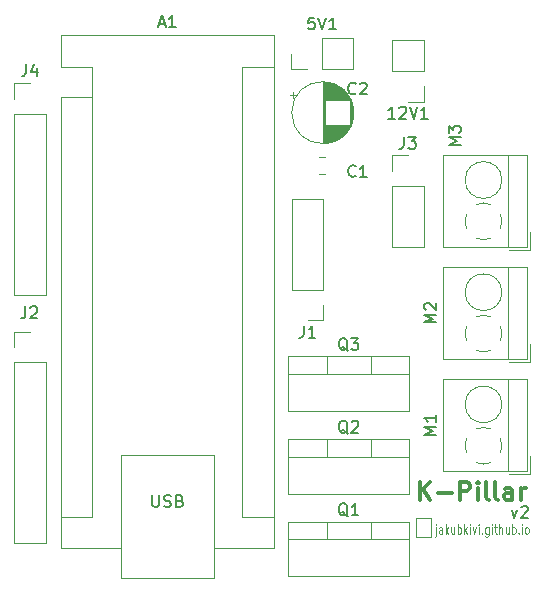
<source format=gbr>
%TF.GenerationSoftware,KiCad,Pcbnew,9.0.1*%
%TF.CreationDate,2025-04-18T16:01:06+02:00*%
%TF.ProjectId,K-Pillar,4b2d5069-6c6c-4617-922e-6b696361645f,rev?*%
%TF.SameCoordinates,Original*%
%TF.FileFunction,Legend,Top*%
%TF.FilePolarity,Positive*%
%FSLAX46Y46*%
G04 Gerber Fmt 4.6, Leading zero omitted, Abs format (unit mm)*
G04 Created by KiCad (PCBNEW 9.0.1) date 2025-04-18 16:01:06*
%MOMM*%
%LPD*%
G01*
G04 APERTURE LIST*
%ADD10C,0.200000*%
%ADD11C,0.300000*%
%ADD12C,0.100000*%
%ADD13C,0.150000*%
%ADD14C,0.119993*%
%ADD15C,0.120000*%
G04 APERTURE END LIST*
D10*
X68274435Y-62200552D02*
X68512530Y-62867219D01*
X68512530Y-62867219D02*
X68750625Y-62200552D01*
X69083959Y-61962457D02*
X69131578Y-61914838D01*
X69131578Y-61914838D02*
X69226816Y-61867219D01*
X69226816Y-61867219D02*
X69464911Y-61867219D01*
X69464911Y-61867219D02*
X69560149Y-61914838D01*
X69560149Y-61914838D02*
X69607768Y-61962457D01*
X69607768Y-61962457D02*
X69655387Y-62057695D01*
X69655387Y-62057695D02*
X69655387Y-62152933D01*
X69655387Y-62152933D02*
X69607768Y-62295790D01*
X69607768Y-62295790D02*
X69036340Y-62867219D01*
X69036340Y-62867219D02*
X69655387Y-62867219D01*
D11*
X60554510Y-61300828D02*
X60554510Y-59800828D01*
X61411653Y-61300828D02*
X60768796Y-60443685D01*
X61411653Y-59800828D02*
X60554510Y-60657971D01*
X62054510Y-60729400D02*
X63197368Y-60729400D01*
X63911653Y-61300828D02*
X63911653Y-59800828D01*
X63911653Y-59800828D02*
X64483082Y-59800828D01*
X64483082Y-59800828D02*
X64625939Y-59872257D01*
X64625939Y-59872257D02*
X64697368Y-59943685D01*
X64697368Y-59943685D02*
X64768796Y-60086542D01*
X64768796Y-60086542D02*
X64768796Y-60300828D01*
X64768796Y-60300828D02*
X64697368Y-60443685D01*
X64697368Y-60443685D02*
X64625939Y-60515114D01*
X64625939Y-60515114D02*
X64483082Y-60586542D01*
X64483082Y-60586542D02*
X63911653Y-60586542D01*
X65411653Y-61300828D02*
X65411653Y-60300828D01*
X65411653Y-59800828D02*
X65340225Y-59872257D01*
X65340225Y-59872257D02*
X65411653Y-59943685D01*
X65411653Y-59943685D02*
X65483082Y-59872257D01*
X65483082Y-59872257D02*
X65411653Y-59800828D01*
X65411653Y-59800828D02*
X65411653Y-59943685D01*
X66340225Y-61300828D02*
X66197368Y-61229400D01*
X66197368Y-61229400D02*
X66125939Y-61086542D01*
X66125939Y-61086542D02*
X66125939Y-59800828D01*
X67125939Y-61300828D02*
X66983082Y-61229400D01*
X66983082Y-61229400D02*
X66911653Y-61086542D01*
X66911653Y-61086542D02*
X66911653Y-59800828D01*
X68340225Y-61300828D02*
X68340225Y-60515114D01*
X68340225Y-60515114D02*
X68268796Y-60372257D01*
X68268796Y-60372257D02*
X68125939Y-60300828D01*
X68125939Y-60300828D02*
X67840225Y-60300828D01*
X67840225Y-60300828D02*
X67697367Y-60372257D01*
X68340225Y-61229400D02*
X68197367Y-61300828D01*
X68197367Y-61300828D02*
X67840225Y-61300828D01*
X67840225Y-61300828D02*
X67697367Y-61229400D01*
X67697367Y-61229400D02*
X67625939Y-61086542D01*
X67625939Y-61086542D02*
X67625939Y-60943685D01*
X67625939Y-60943685D02*
X67697367Y-60800828D01*
X67697367Y-60800828D02*
X67840225Y-60729400D01*
X67840225Y-60729400D02*
X68197367Y-60729400D01*
X68197367Y-60729400D02*
X68340225Y-60657971D01*
X69054510Y-61300828D02*
X69054510Y-60300828D01*
X69054510Y-60586542D02*
X69125939Y-60443685D01*
X69125939Y-60443685D02*
X69197368Y-60372257D01*
X69197368Y-60372257D02*
X69340225Y-60300828D01*
X69340225Y-60300828D02*
X69483082Y-60300828D01*
D12*
X61867639Y-63668559D02*
X61867639Y-64354274D01*
X61867639Y-64354274D02*
X61839067Y-64430464D01*
X61839067Y-64430464D02*
X61781924Y-64468559D01*
X61781924Y-64468559D02*
X61753353Y-64468559D01*
X61867639Y-63401893D02*
X61839067Y-63439988D01*
X61839067Y-63439988D02*
X61867639Y-63478083D01*
X61867639Y-63478083D02*
X61896210Y-63439988D01*
X61896210Y-63439988D02*
X61867639Y-63401893D01*
X61867639Y-63401893D02*
X61867639Y-63478083D01*
X62410496Y-64201893D02*
X62410496Y-63782845D01*
X62410496Y-63782845D02*
X62381924Y-63706655D01*
X62381924Y-63706655D02*
X62324781Y-63668559D01*
X62324781Y-63668559D02*
X62210496Y-63668559D01*
X62210496Y-63668559D02*
X62153353Y-63706655D01*
X62410496Y-64163798D02*
X62353353Y-64201893D01*
X62353353Y-64201893D02*
X62210496Y-64201893D01*
X62210496Y-64201893D02*
X62153353Y-64163798D01*
X62153353Y-64163798D02*
X62124781Y-64087607D01*
X62124781Y-64087607D02*
X62124781Y-64011417D01*
X62124781Y-64011417D02*
X62153353Y-63935226D01*
X62153353Y-63935226D02*
X62210496Y-63897131D01*
X62210496Y-63897131D02*
X62353353Y-63897131D01*
X62353353Y-63897131D02*
X62410496Y-63859036D01*
X62696210Y-64201893D02*
X62696210Y-63401893D01*
X62753353Y-63897131D02*
X62924781Y-64201893D01*
X62924781Y-63668559D02*
X62696210Y-63973321D01*
X63439067Y-63668559D02*
X63439067Y-64201893D01*
X63181924Y-63668559D02*
X63181924Y-64087607D01*
X63181924Y-64087607D02*
X63210495Y-64163798D01*
X63210495Y-64163798D02*
X63267638Y-64201893D01*
X63267638Y-64201893D02*
X63353352Y-64201893D01*
X63353352Y-64201893D02*
X63410495Y-64163798D01*
X63410495Y-64163798D02*
X63439067Y-64125702D01*
X63724781Y-64201893D02*
X63724781Y-63401893D01*
X63724781Y-63706655D02*
X63781924Y-63668559D01*
X63781924Y-63668559D02*
X63896209Y-63668559D01*
X63896209Y-63668559D02*
X63953352Y-63706655D01*
X63953352Y-63706655D02*
X63981924Y-63744750D01*
X63981924Y-63744750D02*
X64010495Y-63820940D01*
X64010495Y-63820940D02*
X64010495Y-64049512D01*
X64010495Y-64049512D02*
X63981924Y-64125702D01*
X63981924Y-64125702D02*
X63953352Y-64163798D01*
X63953352Y-64163798D02*
X63896209Y-64201893D01*
X63896209Y-64201893D02*
X63781924Y-64201893D01*
X63781924Y-64201893D02*
X63724781Y-64163798D01*
X64267638Y-64201893D02*
X64267638Y-63401893D01*
X64324781Y-63897131D02*
X64496209Y-64201893D01*
X64496209Y-63668559D02*
X64267638Y-63973321D01*
X64753352Y-64201893D02*
X64753352Y-63668559D01*
X64753352Y-63401893D02*
X64724780Y-63439988D01*
X64724780Y-63439988D02*
X64753352Y-63478083D01*
X64753352Y-63478083D02*
X64781923Y-63439988D01*
X64781923Y-63439988D02*
X64753352Y-63401893D01*
X64753352Y-63401893D02*
X64753352Y-63478083D01*
X64981923Y-63668559D02*
X65124780Y-64201893D01*
X65124780Y-64201893D02*
X65267637Y-63668559D01*
X65496209Y-64201893D02*
X65496209Y-63668559D01*
X65496209Y-63401893D02*
X65467637Y-63439988D01*
X65467637Y-63439988D02*
X65496209Y-63478083D01*
X65496209Y-63478083D02*
X65524780Y-63439988D01*
X65524780Y-63439988D02*
X65496209Y-63401893D01*
X65496209Y-63401893D02*
X65496209Y-63478083D01*
X65781923Y-64125702D02*
X65810494Y-64163798D01*
X65810494Y-64163798D02*
X65781923Y-64201893D01*
X65781923Y-64201893D02*
X65753351Y-64163798D01*
X65753351Y-64163798D02*
X65781923Y-64125702D01*
X65781923Y-64125702D02*
X65781923Y-64201893D01*
X66324780Y-63668559D02*
X66324780Y-64316178D01*
X66324780Y-64316178D02*
X66296208Y-64392369D01*
X66296208Y-64392369D02*
X66267637Y-64430464D01*
X66267637Y-64430464D02*
X66210494Y-64468559D01*
X66210494Y-64468559D02*
X66124780Y-64468559D01*
X66124780Y-64468559D02*
X66067637Y-64430464D01*
X66324780Y-64163798D02*
X66267637Y-64201893D01*
X66267637Y-64201893D02*
X66153351Y-64201893D01*
X66153351Y-64201893D02*
X66096208Y-64163798D01*
X66096208Y-64163798D02*
X66067637Y-64125702D01*
X66067637Y-64125702D02*
X66039065Y-64049512D01*
X66039065Y-64049512D02*
X66039065Y-63820940D01*
X66039065Y-63820940D02*
X66067637Y-63744750D01*
X66067637Y-63744750D02*
X66096208Y-63706655D01*
X66096208Y-63706655D02*
X66153351Y-63668559D01*
X66153351Y-63668559D02*
X66267637Y-63668559D01*
X66267637Y-63668559D02*
X66324780Y-63706655D01*
X66610494Y-64201893D02*
X66610494Y-63668559D01*
X66610494Y-63401893D02*
X66581922Y-63439988D01*
X66581922Y-63439988D02*
X66610494Y-63478083D01*
X66610494Y-63478083D02*
X66639065Y-63439988D01*
X66639065Y-63439988D02*
X66610494Y-63401893D01*
X66610494Y-63401893D02*
X66610494Y-63478083D01*
X66810493Y-63668559D02*
X67039065Y-63668559D01*
X66896208Y-63401893D02*
X66896208Y-64087607D01*
X66896208Y-64087607D02*
X66924779Y-64163798D01*
X66924779Y-64163798D02*
X66981922Y-64201893D01*
X66981922Y-64201893D02*
X67039065Y-64201893D01*
X67239065Y-64201893D02*
X67239065Y-63401893D01*
X67496208Y-64201893D02*
X67496208Y-63782845D01*
X67496208Y-63782845D02*
X67467636Y-63706655D01*
X67467636Y-63706655D02*
X67410493Y-63668559D01*
X67410493Y-63668559D02*
X67324779Y-63668559D01*
X67324779Y-63668559D02*
X67267636Y-63706655D01*
X67267636Y-63706655D02*
X67239065Y-63744750D01*
X68039065Y-63668559D02*
X68039065Y-64201893D01*
X67781922Y-63668559D02*
X67781922Y-64087607D01*
X67781922Y-64087607D02*
X67810493Y-64163798D01*
X67810493Y-64163798D02*
X67867636Y-64201893D01*
X67867636Y-64201893D02*
X67953350Y-64201893D01*
X67953350Y-64201893D02*
X68010493Y-64163798D01*
X68010493Y-64163798D02*
X68039065Y-64125702D01*
X68324779Y-64201893D02*
X68324779Y-63401893D01*
X68324779Y-63706655D02*
X68381922Y-63668559D01*
X68381922Y-63668559D02*
X68496207Y-63668559D01*
X68496207Y-63668559D02*
X68553350Y-63706655D01*
X68553350Y-63706655D02*
X68581922Y-63744750D01*
X68581922Y-63744750D02*
X68610493Y-63820940D01*
X68610493Y-63820940D02*
X68610493Y-64049512D01*
X68610493Y-64049512D02*
X68581922Y-64125702D01*
X68581922Y-64125702D02*
X68553350Y-64163798D01*
X68553350Y-64163798D02*
X68496207Y-64201893D01*
X68496207Y-64201893D02*
X68381922Y-64201893D01*
X68381922Y-64201893D02*
X68324779Y-64163798D01*
X68867636Y-64125702D02*
X68896207Y-64163798D01*
X68896207Y-64163798D02*
X68867636Y-64201893D01*
X68867636Y-64201893D02*
X68839064Y-64163798D01*
X68839064Y-64163798D02*
X68867636Y-64125702D01*
X68867636Y-64125702D02*
X68867636Y-64201893D01*
X69153350Y-64201893D02*
X69153350Y-63668559D01*
X69153350Y-63401893D02*
X69124778Y-63439988D01*
X69124778Y-63439988D02*
X69153350Y-63478083D01*
X69153350Y-63478083D02*
X69181921Y-63439988D01*
X69181921Y-63439988D02*
X69153350Y-63401893D01*
X69153350Y-63401893D02*
X69153350Y-63478083D01*
X69524778Y-64201893D02*
X69467635Y-64163798D01*
X69467635Y-64163798D02*
X69439064Y-64125702D01*
X69439064Y-64125702D02*
X69410492Y-64049512D01*
X69410492Y-64049512D02*
X69410492Y-63820940D01*
X69410492Y-63820940D02*
X69439064Y-63744750D01*
X69439064Y-63744750D02*
X69467635Y-63706655D01*
X69467635Y-63706655D02*
X69524778Y-63668559D01*
X69524778Y-63668559D02*
X69610492Y-63668559D01*
X69610492Y-63668559D02*
X69667635Y-63706655D01*
X69667635Y-63706655D02*
X69696207Y-63744750D01*
X69696207Y-63744750D02*
X69724778Y-63820940D01*
X69724778Y-63820940D02*
X69724778Y-64049512D01*
X69724778Y-64049512D02*
X69696207Y-64125702D01*
X69696207Y-64125702D02*
X69667635Y-64163798D01*
X69667635Y-64163798D02*
X69610492Y-64201893D01*
X69610492Y-64201893D02*
X69524778Y-64201893D01*
D13*
X54404761Y-62725057D02*
X54309523Y-62677438D01*
X54309523Y-62677438D02*
X54214285Y-62582200D01*
X54214285Y-62582200D02*
X54071428Y-62439342D01*
X54071428Y-62439342D02*
X53976190Y-62391723D01*
X53976190Y-62391723D02*
X53880952Y-62391723D01*
X53928571Y-62629819D02*
X53833333Y-62582200D01*
X53833333Y-62582200D02*
X53738095Y-62486961D01*
X53738095Y-62486961D02*
X53690476Y-62296485D01*
X53690476Y-62296485D02*
X53690476Y-61963152D01*
X53690476Y-61963152D02*
X53738095Y-61772676D01*
X53738095Y-61772676D02*
X53833333Y-61677438D01*
X53833333Y-61677438D02*
X53928571Y-61629819D01*
X53928571Y-61629819D02*
X54119047Y-61629819D01*
X54119047Y-61629819D02*
X54214285Y-61677438D01*
X54214285Y-61677438D02*
X54309523Y-61772676D01*
X54309523Y-61772676D02*
X54357142Y-61963152D01*
X54357142Y-61963152D02*
X54357142Y-62296485D01*
X54357142Y-62296485D02*
X54309523Y-62486961D01*
X54309523Y-62486961D02*
X54214285Y-62582200D01*
X54214285Y-62582200D02*
X54119047Y-62629819D01*
X54119047Y-62629819D02*
X53928571Y-62629819D01*
X55309523Y-62629819D02*
X54738095Y-62629819D01*
X55023809Y-62629819D02*
X55023809Y-61629819D01*
X55023809Y-61629819D02*
X54928571Y-61772676D01*
X54928571Y-61772676D02*
X54833333Y-61867914D01*
X54833333Y-61867914D02*
X54738095Y-61915533D01*
X50666666Y-46584819D02*
X50666666Y-47299104D01*
X50666666Y-47299104D02*
X50619047Y-47441961D01*
X50619047Y-47441961D02*
X50523809Y-47537200D01*
X50523809Y-47537200D02*
X50380952Y-47584819D01*
X50380952Y-47584819D02*
X50285714Y-47584819D01*
X51666666Y-47584819D02*
X51095238Y-47584819D01*
X51380952Y-47584819D02*
X51380952Y-46584819D01*
X51380952Y-46584819D02*
X51285714Y-46727676D01*
X51285714Y-46727676D02*
X51190476Y-46822914D01*
X51190476Y-46822914D02*
X51095238Y-46870533D01*
X27166666Y-24454819D02*
X27166666Y-25169104D01*
X27166666Y-25169104D02*
X27119047Y-25311961D01*
X27119047Y-25311961D02*
X27023809Y-25407200D01*
X27023809Y-25407200D02*
X26880952Y-25454819D01*
X26880952Y-25454819D02*
X26785714Y-25454819D01*
X28071428Y-24788152D02*
X28071428Y-25454819D01*
X27833333Y-24407200D02*
X27595238Y-25121485D01*
X27595238Y-25121485D02*
X28214285Y-25121485D01*
X27106666Y-44954819D02*
X27106666Y-45669104D01*
X27106666Y-45669104D02*
X27059047Y-45811961D01*
X27059047Y-45811961D02*
X26963809Y-45907200D01*
X26963809Y-45907200D02*
X26820952Y-45954819D01*
X26820952Y-45954819D02*
X26725714Y-45954819D01*
X27535238Y-45050057D02*
X27582857Y-45002438D01*
X27582857Y-45002438D02*
X27678095Y-44954819D01*
X27678095Y-44954819D02*
X27916190Y-44954819D01*
X27916190Y-44954819D02*
X28011428Y-45002438D01*
X28011428Y-45002438D02*
X28059047Y-45050057D01*
X28059047Y-45050057D02*
X28106666Y-45145295D01*
X28106666Y-45145295D02*
X28106666Y-45240533D01*
X28106666Y-45240533D02*
X28059047Y-45383390D01*
X28059047Y-45383390D02*
X27487619Y-45954819D01*
X27487619Y-45954819D02*
X28106666Y-45954819D01*
X55073333Y-33899580D02*
X55025714Y-33947200D01*
X55025714Y-33947200D02*
X54882857Y-33994819D01*
X54882857Y-33994819D02*
X54787619Y-33994819D01*
X54787619Y-33994819D02*
X54644762Y-33947200D01*
X54644762Y-33947200D02*
X54549524Y-33851961D01*
X54549524Y-33851961D02*
X54501905Y-33756723D01*
X54501905Y-33756723D02*
X54454286Y-33566247D01*
X54454286Y-33566247D02*
X54454286Y-33423390D01*
X54454286Y-33423390D02*
X54501905Y-33232914D01*
X54501905Y-33232914D02*
X54549524Y-33137676D01*
X54549524Y-33137676D02*
X54644762Y-33042438D01*
X54644762Y-33042438D02*
X54787619Y-32994819D01*
X54787619Y-32994819D02*
X54882857Y-32994819D01*
X54882857Y-32994819D02*
X55025714Y-33042438D01*
X55025714Y-33042438D02*
X55073333Y-33090057D01*
X56025714Y-33994819D02*
X55454286Y-33994819D01*
X55740000Y-33994819D02*
X55740000Y-32994819D01*
X55740000Y-32994819D02*
X55644762Y-33137676D01*
X55644762Y-33137676D02*
X55549524Y-33232914D01*
X55549524Y-33232914D02*
X55454286Y-33280533D01*
X58404761Y-29059819D02*
X57833333Y-29059819D01*
X58119047Y-29059819D02*
X58119047Y-28059819D01*
X58119047Y-28059819D02*
X58023809Y-28202676D01*
X58023809Y-28202676D02*
X57928571Y-28297914D01*
X57928571Y-28297914D02*
X57833333Y-28345533D01*
X58785714Y-28155057D02*
X58833333Y-28107438D01*
X58833333Y-28107438D02*
X58928571Y-28059819D01*
X58928571Y-28059819D02*
X59166666Y-28059819D01*
X59166666Y-28059819D02*
X59261904Y-28107438D01*
X59261904Y-28107438D02*
X59309523Y-28155057D01*
X59309523Y-28155057D02*
X59357142Y-28250295D01*
X59357142Y-28250295D02*
X59357142Y-28345533D01*
X59357142Y-28345533D02*
X59309523Y-28488390D01*
X59309523Y-28488390D02*
X58738095Y-29059819D01*
X58738095Y-29059819D02*
X59357142Y-29059819D01*
X59642857Y-28059819D02*
X59976190Y-29059819D01*
X59976190Y-29059819D02*
X60309523Y-28059819D01*
X61166666Y-29059819D02*
X60595238Y-29059819D01*
X60880952Y-29059819D02*
X60880952Y-28059819D01*
X60880952Y-28059819D02*
X60785714Y-28202676D01*
X60785714Y-28202676D02*
X60690476Y-28297914D01*
X60690476Y-28297914D02*
X60595238Y-28345533D01*
X61894819Y-55809523D02*
X60894819Y-55809523D01*
X60894819Y-55809523D02*
X61609104Y-55476190D01*
X61609104Y-55476190D02*
X60894819Y-55142857D01*
X60894819Y-55142857D02*
X61894819Y-55142857D01*
X61894819Y-54142857D02*
X61894819Y-54714285D01*
X61894819Y-54428571D02*
X60894819Y-54428571D01*
X60894819Y-54428571D02*
X61037676Y-54523809D01*
X61037676Y-54523809D02*
X61132914Y-54619047D01*
X61132914Y-54619047D02*
X61180533Y-54714285D01*
X63954819Y-31309523D02*
X62954819Y-31309523D01*
X62954819Y-31309523D02*
X63669104Y-30976190D01*
X63669104Y-30976190D02*
X62954819Y-30642857D01*
X62954819Y-30642857D02*
X63954819Y-30642857D01*
X62954819Y-30261904D02*
X62954819Y-29642857D01*
X62954819Y-29642857D02*
X63335771Y-29976190D01*
X63335771Y-29976190D02*
X63335771Y-29833333D01*
X63335771Y-29833333D02*
X63383390Y-29738095D01*
X63383390Y-29738095D02*
X63431009Y-29690476D01*
X63431009Y-29690476D02*
X63526247Y-29642857D01*
X63526247Y-29642857D02*
X63764342Y-29642857D01*
X63764342Y-29642857D02*
X63859580Y-29690476D01*
X63859580Y-29690476D02*
X63907200Y-29738095D01*
X63907200Y-29738095D02*
X63954819Y-29833333D01*
X63954819Y-29833333D02*
X63954819Y-30119047D01*
X63954819Y-30119047D02*
X63907200Y-30214285D01*
X63907200Y-30214285D02*
X63859580Y-30261904D01*
X54404761Y-55725057D02*
X54309523Y-55677438D01*
X54309523Y-55677438D02*
X54214285Y-55582200D01*
X54214285Y-55582200D02*
X54071428Y-55439342D01*
X54071428Y-55439342D02*
X53976190Y-55391723D01*
X53976190Y-55391723D02*
X53880952Y-55391723D01*
X53928571Y-55629819D02*
X53833333Y-55582200D01*
X53833333Y-55582200D02*
X53738095Y-55486961D01*
X53738095Y-55486961D02*
X53690476Y-55296485D01*
X53690476Y-55296485D02*
X53690476Y-54963152D01*
X53690476Y-54963152D02*
X53738095Y-54772676D01*
X53738095Y-54772676D02*
X53833333Y-54677438D01*
X53833333Y-54677438D02*
X53928571Y-54629819D01*
X53928571Y-54629819D02*
X54119047Y-54629819D01*
X54119047Y-54629819D02*
X54214285Y-54677438D01*
X54214285Y-54677438D02*
X54309523Y-54772676D01*
X54309523Y-54772676D02*
X54357142Y-54963152D01*
X54357142Y-54963152D02*
X54357142Y-55296485D01*
X54357142Y-55296485D02*
X54309523Y-55486961D01*
X54309523Y-55486961D02*
X54214285Y-55582200D01*
X54214285Y-55582200D02*
X54119047Y-55629819D01*
X54119047Y-55629819D02*
X53928571Y-55629819D01*
X54738095Y-54725057D02*
X54785714Y-54677438D01*
X54785714Y-54677438D02*
X54880952Y-54629819D01*
X54880952Y-54629819D02*
X55119047Y-54629819D01*
X55119047Y-54629819D02*
X55214285Y-54677438D01*
X55214285Y-54677438D02*
X55261904Y-54725057D01*
X55261904Y-54725057D02*
X55309523Y-54820295D01*
X55309523Y-54820295D02*
X55309523Y-54915533D01*
X55309523Y-54915533D02*
X55261904Y-55058390D01*
X55261904Y-55058390D02*
X54690476Y-55629819D01*
X54690476Y-55629819D02*
X55309523Y-55629819D01*
X38405714Y-21009104D02*
X38881904Y-21009104D01*
X38310476Y-21294819D02*
X38643809Y-20294819D01*
X38643809Y-20294819D02*
X38977142Y-21294819D01*
X39834285Y-21294819D02*
X39262857Y-21294819D01*
X39548571Y-21294819D02*
X39548571Y-20294819D01*
X39548571Y-20294819D02*
X39453333Y-20437676D01*
X39453333Y-20437676D02*
X39358095Y-20532914D01*
X39358095Y-20532914D02*
X39262857Y-20580533D01*
X37858095Y-60934819D02*
X37858095Y-61744342D01*
X37858095Y-61744342D02*
X37905714Y-61839580D01*
X37905714Y-61839580D02*
X37953333Y-61887200D01*
X37953333Y-61887200D02*
X38048571Y-61934819D01*
X38048571Y-61934819D02*
X38239047Y-61934819D01*
X38239047Y-61934819D02*
X38334285Y-61887200D01*
X38334285Y-61887200D02*
X38381904Y-61839580D01*
X38381904Y-61839580D02*
X38429523Y-61744342D01*
X38429523Y-61744342D02*
X38429523Y-60934819D01*
X38858095Y-61887200D02*
X39000952Y-61934819D01*
X39000952Y-61934819D02*
X39239047Y-61934819D01*
X39239047Y-61934819D02*
X39334285Y-61887200D01*
X39334285Y-61887200D02*
X39381904Y-61839580D01*
X39381904Y-61839580D02*
X39429523Y-61744342D01*
X39429523Y-61744342D02*
X39429523Y-61649104D01*
X39429523Y-61649104D02*
X39381904Y-61553866D01*
X39381904Y-61553866D02*
X39334285Y-61506247D01*
X39334285Y-61506247D02*
X39239047Y-61458628D01*
X39239047Y-61458628D02*
X39048571Y-61411009D01*
X39048571Y-61411009D02*
X38953333Y-61363390D01*
X38953333Y-61363390D02*
X38905714Y-61315771D01*
X38905714Y-61315771D02*
X38858095Y-61220533D01*
X38858095Y-61220533D02*
X38858095Y-61125295D01*
X38858095Y-61125295D02*
X38905714Y-61030057D01*
X38905714Y-61030057D02*
X38953333Y-60982438D01*
X38953333Y-60982438D02*
X39048571Y-60934819D01*
X39048571Y-60934819D02*
X39286666Y-60934819D01*
X39286666Y-60934819D02*
X39429523Y-60982438D01*
X40191428Y-61411009D02*
X40334285Y-61458628D01*
X40334285Y-61458628D02*
X40381904Y-61506247D01*
X40381904Y-61506247D02*
X40429523Y-61601485D01*
X40429523Y-61601485D02*
X40429523Y-61744342D01*
X40429523Y-61744342D02*
X40381904Y-61839580D01*
X40381904Y-61839580D02*
X40334285Y-61887200D01*
X40334285Y-61887200D02*
X40239047Y-61934819D01*
X40239047Y-61934819D02*
X39858095Y-61934819D01*
X39858095Y-61934819D02*
X39858095Y-60934819D01*
X39858095Y-60934819D02*
X40191428Y-60934819D01*
X40191428Y-60934819D02*
X40286666Y-60982438D01*
X40286666Y-60982438D02*
X40334285Y-61030057D01*
X40334285Y-61030057D02*
X40381904Y-61125295D01*
X40381904Y-61125295D02*
X40381904Y-61220533D01*
X40381904Y-61220533D02*
X40334285Y-61315771D01*
X40334285Y-61315771D02*
X40286666Y-61363390D01*
X40286666Y-61363390D02*
X40191428Y-61411009D01*
X40191428Y-61411009D02*
X39858095Y-61411009D01*
X61894819Y-46309523D02*
X60894819Y-46309523D01*
X60894819Y-46309523D02*
X61609104Y-45976190D01*
X61609104Y-45976190D02*
X60894819Y-45642857D01*
X60894819Y-45642857D02*
X61894819Y-45642857D01*
X60990057Y-45214285D02*
X60942438Y-45166666D01*
X60942438Y-45166666D02*
X60894819Y-45071428D01*
X60894819Y-45071428D02*
X60894819Y-44833333D01*
X60894819Y-44833333D02*
X60942438Y-44738095D01*
X60942438Y-44738095D02*
X60990057Y-44690476D01*
X60990057Y-44690476D02*
X61085295Y-44642857D01*
X61085295Y-44642857D02*
X61180533Y-44642857D01*
X61180533Y-44642857D02*
X61323390Y-44690476D01*
X61323390Y-44690476D02*
X61894819Y-45261904D01*
X61894819Y-45261904D02*
X61894819Y-44642857D01*
X51573333Y-20494819D02*
X51097143Y-20494819D01*
X51097143Y-20494819D02*
X51049524Y-20971009D01*
X51049524Y-20971009D02*
X51097143Y-20923390D01*
X51097143Y-20923390D02*
X51192381Y-20875771D01*
X51192381Y-20875771D02*
X51430476Y-20875771D01*
X51430476Y-20875771D02*
X51525714Y-20923390D01*
X51525714Y-20923390D02*
X51573333Y-20971009D01*
X51573333Y-20971009D02*
X51620952Y-21066247D01*
X51620952Y-21066247D02*
X51620952Y-21304342D01*
X51620952Y-21304342D02*
X51573333Y-21399580D01*
X51573333Y-21399580D02*
X51525714Y-21447200D01*
X51525714Y-21447200D02*
X51430476Y-21494819D01*
X51430476Y-21494819D02*
X51192381Y-21494819D01*
X51192381Y-21494819D02*
X51097143Y-21447200D01*
X51097143Y-21447200D02*
X51049524Y-21399580D01*
X51906667Y-20494819D02*
X52240000Y-21494819D01*
X52240000Y-21494819D02*
X52573333Y-20494819D01*
X53430476Y-21494819D02*
X52859048Y-21494819D01*
X53144762Y-21494819D02*
X53144762Y-20494819D01*
X53144762Y-20494819D02*
X53049524Y-20637676D01*
X53049524Y-20637676D02*
X52954286Y-20732914D01*
X52954286Y-20732914D02*
X52859048Y-20780533D01*
X54404761Y-48725057D02*
X54309523Y-48677438D01*
X54309523Y-48677438D02*
X54214285Y-48582200D01*
X54214285Y-48582200D02*
X54071428Y-48439342D01*
X54071428Y-48439342D02*
X53976190Y-48391723D01*
X53976190Y-48391723D02*
X53880952Y-48391723D01*
X53928571Y-48629819D02*
X53833333Y-48582200D01*
X53833333Y-48582200D02*
X53738095Y-48486961D01*
X53738095Y-48486961D02*
X53690476Y-48296485D01*
X53690476Y-48296485D02*
X53690476Y-47963152D01*
X53690476Y-47963152D02*
X53738095Y-47772676D01*
X53738095Y-47772676D02*
X53833333Y-47677438D01*
X53833333Y-47677438D02*
X53928571Y-47629819D01*
X53928571Y-47629819D02*
X54119047Y-47629819D01*
X54119047Y-47629819D02*
X54214285Y-47677438D01*
X54214285Y-47677438D02*
X54309523Y-47772676D01*
X54309523Y-47772676D02*
X54357142Y-47963152D01*
X54357142Y-47963152D02*
X54357142Y-48296485D01*
X54357142Y-48296485D02*
X54309523Y-48486961D01*
X54309523Y-48486961D02*
X54214285Y-48582200D01*
X54214285Y-48582200D02*
X54119047Y-48629819D01*
X54119047Y-48629819D02*
X53928571Y-48629819D01*
X54690476Y-47629819D02*
X55309523Y-47629819D01*
X55309523Y-47629819D02*
X54976190Y-48010771D01*
X54976190Y-48010771D02*
X55119047Y-48010771D01*
X55119047Y-48010771D02*
X55214285Y-48058390D01*
X55214285Y-48058390D02*
X55261904Y-48106009D01*
X55261904Y-48106009D02*
X55309523Y-48201247D01*
X55309523Y-48201247D02*
X55309523Y-48439342D01*
X55309523Y-48439342D02*
X55261904Y-48534580D01*
X55261904Y-48534580D02*
X55214285Y-48582200D01*
X55214285Y-48582200D02*
X55119047Y-48629819D01*
X55119047Y-48629819D02*
X54833333Y-48629819D01*
X54833333Y-48629819D02*
X54738095Y-48582200D01*
X54738095Y-48582200D02*
X54690476Y-48534580D01*
X59166666Y-30599819D02*
X59166666Y-31314104D01*
X59166666Y-31314104D02*
X59119047Y-31456961D01*
X59119047Y-31456961D02*
X59023809Y-31552200D01*
X59023809Y-31552200D02*
X58880952Y-31599819D01*
X58880952Y-31599819D02*
X58785714Y-31599819D01*
X59547619Y-30599819D02*
X60166666Y-30599819D01*
X60166666Y-30599819D02*
X59833333Y-30980771D01*
X59833333Y-30980771D02*
X59976190Y-30980771D01*
X59976190Y-30980771D02*
X60071428Y-31028390D01*
X60071428Y-31028390D02*
X60119047Y-31076009D01*
X60119047Y-31076009D02*
X60166666Y-31171247D01*
X60166666Y-31171247D02*
X60166666Y-31409342D01*
X60166666Y-31409342D02*
X60119047Y-31504580D01*
X60119047Y-31504580D02*
X60071428Y-31552200D01*
X60071428Y-31552200D02*
X59976190Y-31599819D01*
X59976190Y-31599819D02*
X59690476Y-31599819D01*
X59690476Y-31599819D02*
X59595238Y-31552200D01*
X59595238Y-31552200D02*
X59547619Y-31504580D01*
X55073333Y-26899580D02*
X55025714Y-26947200D01*
X55025714Y-26947200D02*
X54882857Y-26994819D01*
X54882857Y-26994819D02*
X54787619Y-26994819D01*
X54787619Y-26994819D02*
X54644762Y-26947200D01*
X54644762Y-26947200D02*
X54549524Y-26851961D01*
X54549524Y-26851961D02*
X54501905Y-26756723D01*
X54501905Y-26756723D02*
X54454286Y-26566247D01*
X54454286Y-26566247D02*
X54454286Y-26423390D01*
X54454286Y-26423390D02*
X54501905Y-26232914D01*
X54501905Y-26232914D02*
X54549524Y-26137676D01*
X54549524Y-26137676D02*
X54644762Y-26042438D01*
X54644762Y-26042438D02*
X54787619Y-25994819D01*
X54787619Y-25994819D02*
X54882857Y-25994819D01*
X54882857Y-25994819D02*
X55025714Y-26042438D01*
X55025714Y-26042438D02*
X55073333Y-26090057D01*
X55454286Y-26090057D02*
X55501905Y-26042438D01*
X55501905Y-26042438D02*
X55597143Y-25994819D01*
X55597143Y-25994819D02*
X55835238Y-25994819D01*
X55835238Y-25994819D02*
X55930476Y-26042438D01*
X55930476Y-26042438D02*
X55978095Y-26090057D01*
X55978095Y-26090057D02*
X56025714Y-26185295D01*
X56025714Y-26185295D02*
X56025714Y-26280533D01*
X56025714Y-26280533D02*
X55978095Y-26423390D01*
X55978095Y-26423390D02*
X55406667Y-26994819D01*
X55406667Y-26994819D02*
X56025714Y-26994819D01*
D14*
%TO.C,REF\u002A\u002A*%
X61431011Y-64467098D02*
X60203641Y-64467098D01*
X60203641Y-62904998D01*
X61431011Y-62904998D01*
X61431011Y-64467098D01*
D15*
%TO.C,Q1*%
X59620000Y-63175000D02*
X59620000Y-67816000D01*
X56351000Y-63175000D02*
X56351000Y-64685000D01*
X52650000Y-63175000D02*
X52650000Y-64685000D01*
X49380000Y-67816000D02*
X59620000Y-67816000D01*
X49380000Y-64685000D02*
X59620000Y-64685000D01*
X49380000Y-63175000D02*
X59620000Y-63175000D01*
X49380000Y-63175000D02*
X49380000Y-67816000D01*
%TO.C,J1*%
X49670000Y-43530000D02*
X49670000Y-35850000D01*
X52330000Y-35850000D02*
X49670000Y-35850000D01*
X52330000Y-43530000D02*
X49670000Y-43530000D01*
X52330000Y-43530000D02*
X52330000Y-35850000D01*
X52330000Y-44800000D02*
X52330000Y-46130000D01*
X52330000Y-46130000D02*
X51000000Y-46130000D01*
%TO.C,J4*%
X26120000Y-26000000D02*
X27500000Y-26000000D01*
X26120000Y-27380000D02*
X26120000Y-26000000D01*
X26120000Y-28650000D02*
X26120000Y-44000000D01*
X26120000Y-28650000D02*
X28880000Y-28650000D01*
X26120000Y-44000000D02*
X28880000Y-44000000D01*
X28880000Y-28650000D02*
X28880000Y-44000000D01*
%TO.C,J2*%
X26170000Y-47090000D02*
X27500000Y-47090000D01*
X26170000Y-48420000D02*
X26170000Y-47090000D01*
X26170000Y-49690000D02*
X26170000Y-64990000D01*
X26170000Y-49690000D02*
X28830000Y-49690000D01*
X26170000Y-64990000D02*
X28830000Y-64990000D01*
X28830000Y-49690000D02*
X28830000Y-64990000D01*
%TO.C,C1*%
X52501252Y-32305000D02*
X51978748Y-32305000D01*
X52501252Y-33775000D02*
X51978748Y-33775000D01*
%TO.C,12V1*%
X58170000Y-25005000D02*
X58170000Y-22405000D01*
X60830000Y-22405000D02*
X58170000Y-22405000D01*
X60830000Y-25005000D02*
X58170000Y-25005000D01*
X60830000Y-25005000D02*
X60830000Y-22405000D01*
X60830000Y-26275000D02*
X60830000Y-27605000D01*
X60830000Y-27605000D02*
X59500000Y-27605000D01*
%TO.C,M1*%
X62440000Y-51090000D02*
X69560000Y-51090000D01*
X62440000Y-58910000D02*
X62440000Y-51090000D01*
X62440000Y-58910000D02*
X69560000Y-58910000D01*
X68000000Y-58910000D02*
X68000000Y-51090000D01*
X68060000Y-59150000D02*
X69800000Y-59150000D01*
X69560000Y-58910000D02*
X69560000Y-51090000D01*
X69800000Y-59150000D02*
X69800000Y-57650000D01*
X64467891Y-57357742D02*
G75*
G02*
X64468000Y-56142000I1432109J607742D01*
G01*
X65292258Y-55317891D02*
G75*
G02*
X66508000Y-55318000I607743J-1432112D01*
G01*
X66507742Y-58182109D02*
G75*
G02*
X65292000Y-58182000I-607742J1432109D01*
G01*
X67331385Y-56142413D02*
G75*
G02*
X67455000Y-56750000I-1431385J-607587D01*
G01*
X67455493Y-56722989D02*
G75*
G02*
X67332000Y-57358000I-1555481J-27013D01*
G01*
X67455000Y-53250000D02*
G75*
G02*
X64345000Y-53250000I-1555000J0D01*
G01*
X64345000Y-53250000D02*
G75*
G02*
X67455000Y-53250000I1555000J0D01*
G01*
%TO.C,M3*%
X62440000Y-32090000D02*
X69560000Y-32090000D01*
X62440000Y-39910000D02*
X62440000Y-32090000D01*
X62440000Y-39910000D02*
X69560000Y-39910000D01*
X68000000Y-39910000D02*
X68000000Y-32090000D01*
X68060000Y-40150000D02*
X69800000Y-40150000D01*
X69560000Y-39910000D02*
X69560000Y-32090000D01*
X69800000Y-40150000D02*
X69800000Y-38650000D01*
X64467891Y-38357742D02*
G75*
G02*
X64468000Y-37142000I1432109J607742D01*
G01*
X65292258Y-36317891D02*
G75*
G02*
X66508000Y-36318000I607743J-1432112D01*
G01*
X66507742Y-39182109D02*
G75*
G02*
X65292000Y-39182000I-607742J1432109D01*
G01*
X67331385Y-37142413D02*
G75*
G02*
X67455000Y-37750000I-1431385J-607587D01*
G01*
X67455493Y-37722989D02*
G75*
G02*
X67332000Y-38358000I-1555481J-27013D01*
G01*
X67455000Y-34250000D02*
G75*
G02*
X64345000Y-34250000I-1555000J0D01*
G01*
X64345000Y-34250000D02*
G75*
G02*
X67455000Y-34250000I1555000J0D01*
G01*
%TO.C,Q2*%
X49380000Y-56175000D02*
X49380000Y-60816000D01*
X49380000Y-56175000D02*
X59620000Y-56175000D01*
X49380000Y-57685000D02*
X59620000Y-57685000D01*
X49380000Y-60816000D02*
X59620000Y-60816000D01*
X52650000Y-56175000D02*
X52650000Y-57685000D01*
X56351000Y-56175000D02*
X56351000Y-57685000D01*
X59620000Y-56175000D02*
X59620000Y-60816000D01*
%TO.C,A1*%
X30100000Y-21980000D02*
X30100000Y-24650000D01*
X30100000Y-27190000D02*
X30100000Y-65420000D01*
X30100000Y-65420000D02*
X35180000Y-65420000D01*
X32770000Y-24650000D02*
X30100000Y-24650000D01*
X32770000Y-27190000D02*
X30100000Y-27190000D01*
X32770000Y-27190000D02*
X32770000Y-24650000D01*
X32770000Y-27190000D02*
X32770000Y-62750000D01*
X32770000Y-62750000D02*
X30100000Y-62750000D01*
X35180000Y-57540000D02*
X43060000Y-57540000D01*
X35180000Y-67960000D02*
X35180000Y-57540000D01*
X43060000Y-57540000D02*
X43060000Y-67960000D01*
X43060000Y-67960000D02*
X35180000Y-67960000D01*
X45470000Y-24650000D02*
X45470000Y-62750000D01*
X45470000Y-24650000D02*
X48140000Y-24650000D01*
X45470000Y-62750000D02*
X48140000Y-62750000D01*
X48140000Y-21980000D02*
X30100000Y-21980000D01*
X48140000Y-65420000D02*
X43060000Y-65420000D01*
X48140000Y-65420000D02*
X48140000Y-21980000D01*
%TO.C,M2*%
X62440000Y-41590000D02*
X69560000Y-41590000D01*
X62440000Y-49410000D02*
X62440000Y-41590000D01*
X62440000Y-49410000D02*
X69560000Y-49410000D01*
X68000000Y-49410000D02*
X68000000Y-41590000D01*
X68060000Y-49650000D02*
X69800000Y-49650000D01*
X69560000Y-49410000D02*
X69560000Y-41590000D01*
X69800000Y-49650000D02*
X69800000Y-48150000D01*
X64467891Y-47857742D02*
G75*
G02*
X64468000Y-46642000I1432109J607742D01*
G01*
X65292258Y-45817891D02*
G75*
G02*
X66508000Y-45818000I607743J-1432112D01*
G01*
X66507742Y-48682109D02*
G75*
G02*
X65292000Y-48682000I-607742J1432109D01*
G01*
X67331385Y-46642413D02*
G75*
G02*
X67455000Y-47250000I-1431385J-607587D01*
G01*
X67455493Y-47222989D02*
G75*
G02*
X67332000Y-47858000I-1555481J-27013D01*
G01*
X67455000Y-43750000D02*
G75*
G02*
X64345000Y-43750000I-1555000J0D01*
G01*
X64345000Y-43750000D02*
G75*
G02*
X67455000Y-43750000I1555000J0D01*
G01*
%TO.C,5V1*%
X49635000Y-24870000D02*
X49635000Y-23540000D01*
X50965000Y-24870000D02*
X49635000Y-24870000D01*
X52235000Y-22210000D02*
X54835000Y-22210000D01*
X52235000Y-24870000D02*
X52235000Y-22210000D01*
X52235000Y-24870000D02*
X54835000Y-24870000D01*
X54835000Y-24870000D02*
X54835000Y-22210000D01*
%TO.C,Q3*%
X49380000Y-49175000D02*
X49380000Y-53816000D01*
X49380000Y-49175000D02*
X59620000Y-49175000D01*
X49380000Y-50685000D02*
X59620000Y-50685000D01*
X49380000Y-53816000D02*
X59620000Y-53816000D01*
X52650000Y-49175000D02*
X52650000Y-50685000D01*
X56351000Y-49175000D02*
X56351000Y-50685000D01*
X59620000Y-49175000D02*
X59620000Y-53816000D01*
%TO.C,J3*%
X58170000Y-32145000D02*
X59500000Y-32145000D01*
X58170000Y-33475000D02*
X58170000Y-32145000D01*
X58170000Y-34745000D02*
X58170000Y-39885000D01*
X58170000Y-34745000D02*
X60830000Y-34745000D01*
X58170000Y-39885000D02*
X60830000Y-39885000D01*
X60830000Y-34745000D02*
X60830000Y-39885000D01*
%TO.C,C2*%
X49480113Y-27065000D02*
X49980113Y-27065000D01*
X49730113Y-26815000D02*
X49730113Y-27315000D01*
X52284888Y-25960000D02*
X52284888Y-31120000D01*
X52324888Y-25960000D02*
X52324888Y-31120000D01*
X52364888Y-25961000D02*
X52364888Y-31119000D01*
X52404888Y-25962000D02*
X52404888Y-31118000D01*
X52444888Y-25964000D02*
X52444888Y-31116000D01*
X52484888Y-25967000D02*
X52484888Y-31113000D01*
X52524888Y-25971000D02*
X52524888Y-27500000D01*
X52524888Y-29580000D02*
X52524888Y-31109000D01*
X52564888Y-25975000D02*
X52564888Y-27500000D01*
X52564888Y-29580000D02*
X52564888Y-31105000D01*
X52604888Y-25979000D02*
X52604888Y-27500000D01*
X52604888Y-29580000D02*
X52604888Y-31101000D01*
X52644888Y-25984000D02*
X52644888Y-27500000D01*
X52644888Y-29580000D02*
X52644888Y-31096000D01*
X52684888Y-25990000D02*
X52684888Y-27500000D01*
X52684888Y-29580000D02*
X52684888Y-31090000D01*
X52724888Y-25997000D02*
X52724888Y-27500000D01*
X52724888Y-29580000D02*
X52724888Y-31083000D01*
X52764888Y-26004000D02*
X52764888Y-27500000D01*
X52764888Y-29580000D02*
X52764888Y-31076000D01*
X52804888Y-26012000D02*
X52804888Y-27500000D01*
X52804888Y-29580000D02*
X52804888Y-31068000D01*
X52844888Y-26020000D02*
X52844888Y-27500000D01*
X52844888Y-29580000D02*
X52844888Y-31060000D01*
X52884888Y-26029000D02*
X52884888Y-27500000D01*
X52884888Y-29580000D02*
X52884888Y-31051000D01*
X52924888Y-26039000D02*
X52924888Y-27500000D01*
X52924888Y-29580000D02*
X52924888Y-31041000D01*
X52964888Y-26049000D02*
X52964888Y-27500000D01*
X52964888Y-29580000D02*
X52964888Y-31031000D01*
X53005888Y-26060000D02*
X53005888Y-27500000D01*
X53005888Y-29580000D02*
X53005888Y-31020000D01*
X53045888Y-26072000D02*
X53045888Y-27500000D01*
X53045888Y-29580000D02*
X53045888Y-31008000D01*
X53085888Y-26085000D02*
X53085888Y-27500000D01*
X53085888Y-29580000D02*
X53085888Y-30995000D01*
X53125888Y-26098000D02*
X53125888Y-27500000D01*
X53125888Y-29580000D02*
X53125888Y-30982000D01*
X53165888Y-26112000D02*
X53165888Y-27500000D01*
X53165888Y-29580000D02*
X53165888Y-30968000D01*
X53205888Y-26126000D02*
X53205888Y-27500000D01*
X53205888Y-29580000D02*
X53205888Y-30954000D01*
X53245888Y-26142000D02*
X53245888Y-27500000D01*
X53245888Y-29580000D02*
X53245888Y-30938000D01*
X53285888Y-26158000D02*
X53285888Y-27500000D01*
X53285888Y-29580000D02*
X53285888Y-30922000D01*
X53325888Y-26175000D02*
X53325888Y-27500000D01*
X53325888Y-29580000D02*
X53325888Y-30905000D01*
X53365888Y-26192000D02*
X53365888Y-27500000D01*
X53365888Y-29580000D02*
X53365888Y-30888000D01*
X53405888Y-26211000D02*
X53405888Y-27500000D01*
X53405888Y-29580000D02*
X53405888Y-30869000D01*
X53445888Y-26230000D02*
X53445888Y-27500000D01*
X53445888Y-29580000D02*
X53445888Y-30850000D01*
X53485888Y-26250000D02*
X53485888Y-27500000D01*
X53485888Y-29580000D02*
X53485888Y-30830000D01*
X53525888Y-26272000D02*
X53525888Y-27500000D01*
X53525888Y-29580000D02*
X53525888Y-30808000D01*
X53565888Y-26293000D02*
X53565888Y-27500000D01*
X53565888Y-29580000D02*
X53565888Y-30787000D01*
X53605888Y-26316000D02*
X53605888Y-27500000D01*
X53605888Y-29580000D02*
X53605888Y-30764000D01*
X53645888Y-26340000D02*
X53645888Y-27500000D01*
X53645888Y-29580000D02*
X53645888Y-30740000D01*
X53685888Y-26365000D02*
X53685888Y-27500000D01*
X53685888Y-29580000D02*
X53685888Y-30715000D01*
X53725888Y-26391000D02*
X53725888Y-27500000D01*
X53725888Y-29580000D02*
X53725888Y-30689000D01*
X53765888Y-26418000D02*
X53765888Y-27500000D01*
X53765888Y-29580000D02*
X53765888Y-30662000D01*
X53805888Y-26445000D02*
X53805888Y-27500000D01*
X53805888Y-29580000D02*
X53805888Y-30635000D01*
X53845888Y-26475000D02*
X53845888Y-27500000D01*
X53845888Y-29580000D02*
X53845888Y-30605000D01*
X53885888Y-26505000D02*
X53885888Y-27500000D01*
X53885888Y-29580000D02*
X53885888Y-30575000D01*
X53925888Y-26536000D02*
X53925888Y-27500000D01*
X53925888Y-29580000D02*
X53925888Y-30544000D01*
X53965888Y-26569000D02*
X53965888Y-27500000D01*
X53965888Y-29580000D02*
X53965888Y-30511000D01*
X54005888Y-26603000D02*
X54005888Y-27500000D01*
X54005888Y-29580000D02*
X54005888Y-30477000D01*
X54045888Y-26639000D02*
X54045888Y-27500000D01*
X54045888Y-29580000D02*
X54045888Y-30441000D01*
X54085888Y-26676000D02*
X54085888Y-27500000D01*
X54085888Y-29580000D02*
X54085888Y-30404000D01*
X54125888Y-26714000D02*
X54125888Y-27500000D01*
X54125888Y-29580000D02*
X54125888Y-30366000D01*
X54165888Y-26755000D02*
X54165888Y-27500000D01*
X54165888Y-29580000D02*
X54165888Y-30325000D01*
X54205888Y-26797000D02*
X54205888Y-27500000D01*
X54205888Y-29580000D02*
X54205888Y-30283000D01*
X54245888Y-26841000D02*
X54245888Y-27500000D01*
X54245888Y-29580000D02*
X54245888Y-30239000D01*
X54285888Y-26887000D02*
X54285888Y-27500000D01*
X54285888Y-29580000D02*
X54285888Y-30193000D01*
X54325888Y-26935000D02*
X54325888Y-27500000D01*
X54325888Y-29580000D02*
X54325888Y-30145000D01*
X54365888Y-26986000D02*
X54365888Y-27500000D01*
X54365888Y-29580000D02*
X54365888Y-30094000D01*
X54405888Y-27040000D02*
X54405888Y-27500000D01*
X54405888Y-29580000D02*
X54405888Y-30040000D01*
X54445888Y-27097000D02*
X54445888Y-27500000D01*
X54445888Y-29580000D02*
X54445888Y-29983000D01*
X54485888Y-27157000D02*
X54485888Y-27500000D01*
X54485888Y-29580000D02*
X54485888Y-29923000D01*
X54525888Y-27221000D02*
X54525888Y-27500000D01*
X54525888Y-29580000D02*
X54525888Y-29859000D01*
X54565888Y-27289000D02*
X54565888Y-27500000D01*
X54565888Y-29580000D02*
X54565888Y-29791000D01*
X54605888Y-27362000D02*
X54605888Y-29718000D01*
X54645888Y-27442000D02*
X54645888Y-29638000D01*
X54685888Y-27529000D02*
X54685888Y-29551000D01*
X54725888Y-27625000D02*
X54725888Y-29455000D01*
X54765888Y-27735000D02*
X54765888Y-29345000D01*
X54805888Y-27863000D02*
X54805888Y-29217000D01*
X54845888Y-28022000D02*
X54845888Y-29058000D01*
X54885888Y-28256000D02*
X54885888Y-28824000D01*
X54904888Y-28540000D02*
G75*
G02*
X49664888Y-28540000I-2620000J0D01*
G01*
X49664888Y-28540000D02*
G75*
G02*
X54904888Y-28540000I2620000J0D01*
G01*
%TD*%
M02*

</source>
